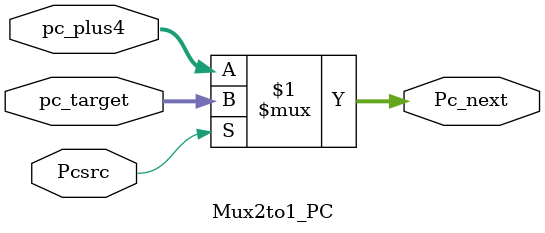
<source format=sv>
module Mux2to1_PC(
    input wire [31:0] pc_plus4,    // Input 0 (PC + 4)
    input wire [31:0] pc_target,    // Input 1 (PC + 4 + ImmExt)
    input wire Pcsrc,           // Pcsrcector (PCSrc)
    output wire [31:0] Pc_next    // Pc_next (PCNext)
);
    assign Pc_next = Pcsrc ? pc_target : pc_plus4;
endmodule

</source>
